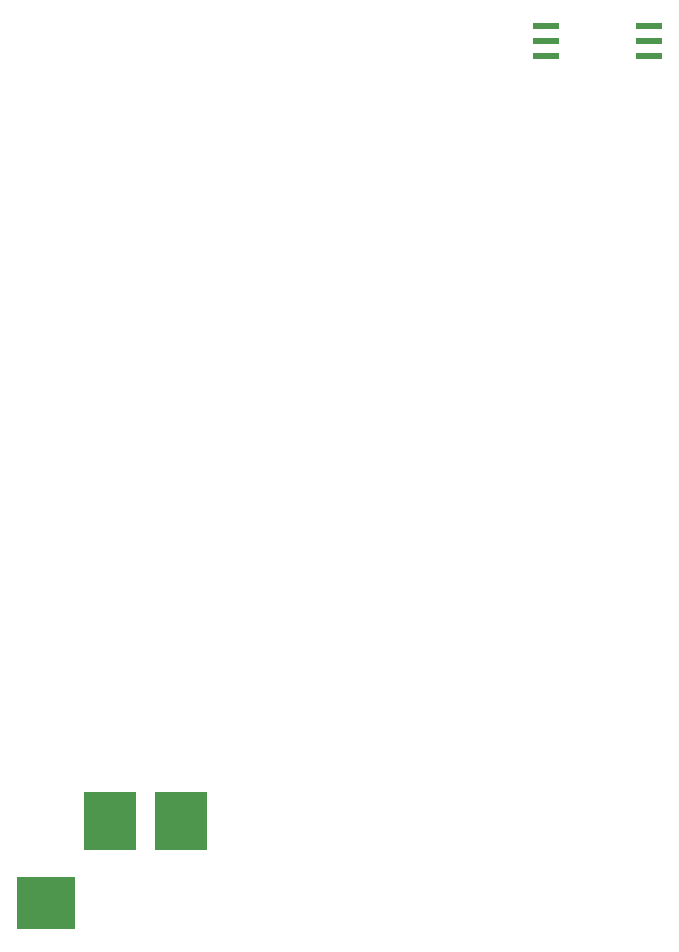
<source format=gbr>
G04 #@! TF.GenerationSoftware,KiCad,Pcbnew,(5.1.4-0-10_14)*
G04 #@! TF.CreationDate,2020-04-29T09:46:46-07:00*
G04 #@! TF.ProjectId,Vent,56656e74-2e6b-4696-9361-645f70636258,rev?*
G04 #@! TF.SameCoordinates,Original*
G04 #@! TF.FileFunction,Paste,Bot*
G04 #@! TF.FilePolarity,Positive*
%FSLAX46Y46*%
G04 Gerber Fmt 4.6, Leading zero omitted, Abs format (unit mm)*
G04 Created by KiCad (PCBNEW (5.1.4-0-10_14)) date 2020-04-29 09:46:46*
%MOMM*%
%LPD*%
G04 APERTURE LIST*
%ADD10R,4.500000X4.900000*%
%ADD11R,5.000000X4.500000*%
%ADD12R,2.300000X0.600000*%
G04 APERTURE END LIST*
D10*
X80924600Y-107299200D03*
X74924600Y-107299200D03*
D11*
X69474600Y-114249200D03*
D12*
X120580000Y-42545000D03*
X111830000Y-42545000D03*
X120580000Y-41275000D03*
X111830000Y-41275000D03*
X120580000Y-40005000D03*
X111830000Y-40005000D03*
M02*

</source>
